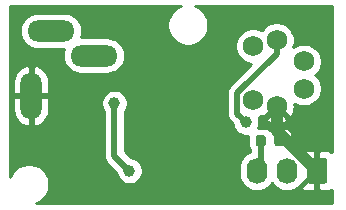
<source format=gbl>
G04 #@! TF.GenerationSoftware,KiCad,Pcbnew,5.1.8-db9833491~87~ubuntu20.04.1*
G04 #@! TF.CreationDate,2020-12-04T00:25:50+00:00*
G04 #@! TF.ProjectId,LEDsupply,4c454473-7570-4706-9c79-2e6b69636164,rev?*
G04 #@! TF.SameCoordinates,Original*
G04 #@! TF.FileFunction,Copper,L2,Bot*
G04 #@! TF.FilePolarity,Positive*
%FSLAX46Y46*%
G04 Gerber Fmt 4.6, Leading zero omitted, Abs format (unit mm)*
G04 Created by KiCad (PCBNEW 5.1.8-db9833491~87~ubuntu20.04.1) date 2020-12-04 00:25:50*
%MOMM*%
%LPD*%
G01*
G04 APERTURE LIST*
G04 #@! TA.AperFunction,ComponentPad*
%ADD10O,1.740000X2.200000*%
G04 #@! TD*
G04 #@! TA.AperFunction,ComponentPad*
%ADD11C,1.750000*%
G04 #@! TD*
G04 #@! TA.AperFunction,ComponentPad*
%ADD12O,4.000000X1.800000*%
G04 #@! TD*
G04 #@! TA.AperFunction,ComponentPad*
%ADD13O,1.800000X4.000000*%
G04 #@! TD*
G04 #@! TA.AperFunction,ViaPad*
%ADD14C,1.000000*%
G04 #@! TD*
G04 #@! TA.AperFunction,Conductor*
%ADD15C,0.381000*%
G04 #@! TD*
G04 #@! TA.AperFunction,Conductor*
%ADD16C,1.024000*%
G04 #@! TD*
G04 #@! TA.AperFunction,Conductor*
%ADD17C,0.508000*%
G04 #@! TD*
G04 #@! TA.AperFunction,Conductor*
%ADD18C,0.254000*%
G04 #@! TD*
G04 #@! TA.AperFunction,Conductor*
%ADD19C,0.100000*%
G04 #@! TD*
G04 APERTURE END LIST*
D10*
G04 #@! TO.P,JP3,3*
G04 #@! TO.N,/VREGOUT*
X138430000Y-102235000D03*
G04 #@! TO.P,JP3,2*
G04 #@! TO.N,/PWM*
X140970000Y-102235000D03*
G04 #@! TO.P,JP3,1*
G04 #@! TO.N,GND*
G04 #@! TA.AperFunction,ComponentPad*
G36*
G01*
X144380000Y-101384999D02*
X144380000Y-103085001D01*
G75*
G02*
X144130001Y-103335000I-249999J0D01*
G01*
X142889999Y-103335000D01*
G75*
G02*
X142640000Y-103085001I0J249999D01*
G01*
X142640000Y-101384999D01*
G75*
G02*
X142889999Y-101135000I249999J0D01*
G01*
X144130001Y-101135000D01*
G75*
G02*
X144380000Y-101384999I0J-249999D01*
G01*
G37*
G04 #@! TD.AperFunction*
G04 #@! TD*
G04 #@! TO.P,R5,2*
G04 #@! TO.N,GND*
G04 #@! TA.AperFunction,SMDPad,CuDef*
G36*
G01*
X139897500Y-99951250D02*
X139897500Y-99438750D01*
G75*
G02*
X140116250Y-99220000I218750J0D01*
G01*
X140553750Y-99220000D01*
G75*
G02*
X140772500Y-99438750I0J-218750D01*
G01*
X140772500Y-99951250D01*
G75*
G02*
X140553750Y-100170000I-218750J0D01*
G01*
X140116250Y-100170000D01*
G75*
G02*
X139897500Y-99951250I0J218750D01*
G01*
G37*
G04 #@! TD.AperFunction*
G04 #@! TO.P,R5,1*
G04 #@! TO.N,/VREGOUT*
G04 #@! TA.AperFunction,SMDPad,CuDef*
G36*
G01*
X138322500Y-99951250D02*
X138322500Y-99438750D01*
G75*
G02*
X138541250Y-99220000I218750J0D01*
G01*
X138978750Y-99220000D01*
G75*
G02*
X139197500Y-99438750I0J-218750D01*
G01*
X139197500Y-99951250D01*
G75*
G02*
X138978750Y-100170000I-218750J0D01*
G01*
X138541250Y-100170000D01*
G75*
G02*
X138322500Y-99951250I0J218750D01*
G01*
G37*
G04 #@! TD.AperFunction*
G04 #@! TD*
D11*
G04 #@! TO.P,JP2,1*
G04 #@! TO.N,/SDA*
X142400000Y-95280000D03*
G04 #@! TO.P,JP2,2*
G04 #@! TO.N,/PWM*
X142400000Y-92980000D03*
G04 #@! TO.P,JP2,3*
G04 #@! TO.N,GND*
X140100000Y-96780000D03*
G04 #@! TO.P,JP2,4*
G04 #@! TO.N,+5V*
X140100000Y-91180000D03*
G04 #@! TO.P,JP2,5*
G04 #@! TO.N,/SCL*
X138100000Y-96280000D03*
G04 #@! TO.P,JP2,6*
G04 #@! TO.N,/~ERR*
X138100000Y-91680000D03*
G04 #@! TD*
D12*
G04 #@! TO.P,JP1,1*
G04 #@! TO.N,+24V*
X121010001Y-90380000D03*
G04 #@! TO.P,JP1,2*
G04 #@! TO.N,N/C*
X124610001Y-92480000D03*
D13*
G04 #@! TO.P,JP1,3*
G04 #@! TO.N,GND*
X119310001Y-95880000D03*
G04 #@! TD*
D14*
G04 #@! TO.N,GND*
X129557500Y-99712500D03*
X135230010Y-101600000D03*
G04 #@! TO.N,+5V*
X137504679Y-98134679D03*
G04 #@! TO.N,Net-(C3-Pad2)*
X127635000Y-102235000D03*
X126365000Y-96520000D03*
G04 #@! TD*
D15*
G04 #@! TO.N,GND*
X140970000Y-104775000D02*
X142875000Y-102870000D01*
X129557500Y-99712500D02*
X133367500Y-99712500D01*
X135230010Y-101575010D02*
X135230010Y-101600000D01*
X133367500Y-99712500D02*
X135230010Y-101575010D01*
X135230010Y-102707912D02*
X135230010Y-101600000D01*
X137297098Y-104775000D02*
X135230010Y-102707912D01*
X140970000Y-104775000D02*
X137297098Y-104775000D01*
D16*
X140100000Y-96780000D02*
X140100000Y-98825000D01*
D17*
X140335000Y-99695000D02*
X140335000Y-99060000D01*
D16*
X140335000Y-99060000D02*
X143510000Y-102235000D01*
X140100000Y-98825000D02*
X140335000Y-99060000D01*
D17*
G04 #@! TO.N,+5V*
X136770999Y-97400999D02*
X137504679Y-98134679D01*
X136770999Y-95642079D02*
X136770999Y-97400999D01*
X140100000Y-92313078D02*
X136770999Y-95642079D01*
X140100000Y-91180000D02*
X140100000Y-92313078D01*
G04 #@! TO.N,/VREGOUT*
X138760000Y-101905000D02*
X138430000Y-102235000D01*
X138760000Y-99695000D02*
X138760000Y-101905000D01*
G04 #@! TO.N,Net-(C3-Pad2)*
X126365000Y-100965000D02*
X127635000Y-102235000D01*
X126365000Y-96520000D02*
X126365000Y-100965000D01*
G04 #@! TD*
D18*
G04 #@! TO.N,GND*
X131766169Y-88378463D02*
X131482002Y-88568337D01*
X131240337Y-88810002D01*
X131050463Y-89094169D01*
X130919675Y-89409919D01*
X130853000Y-89745117D01*
X130853000Y-90086883D01*
X130919675Y-90422081D01*
X131050463Y-90737831D01*
X131240337Y-91021998D01*
X131482002Y-91263663D01*
X131766169Y-91453537D01*
X132081919Y-91584325D01*
X132417117Y-91651000D01*
X132758883Y-91651000D01*
X133094081Y-91584325D01*
X133409831Y-91453537D01*
X133693998Y-91263663D01*
X133935663Y-91021998D01*
X134125537Y-90737831D01*
X134256325Y-90422081D01*
X134323000Y-90086883D01*
X134323000Y-89745117D01*
X134256325Y-89409919D01*
X134125537Y-89094169D01*
X133935663Y-88810002D01*
X133693998Y-88568337D01*
X133409831Y-88378463D01*
X133196263Y-88290000D01*
X144755001Y-88290000D01*
X144755000Y-100621292D01*
X144734494Y-100604463D01*
X144624180Y-100545498D01*
X144504482Y-100509188D01*
X144380000Y-100496928D01*
X143795750Y-100500000D01*
X143637000Y-100658750D01*
X143637000Y-102108000D01*
X143657000Y-102108000D01*
X143657000Y-102362000D01*
X143637000Y-102362000D01*
X143637000Y-103811250D01*
X143795750Y-103970000D01*
X144380000Y-103973072D01*
X144504482Y-103960812D01*
X144624180Y-103924502D01*
X144734494Y-103865537D01*
X144755000Y-103848708D01*
X144755000Y-105004000D01*
X119734263Y-105004000D01*
X119947831Y-104915537D01*
X120231998Y-104725663D01*
X120473663Y-104483998D01*
X120663537Y-104199831D01*
X120794325Y-103884081D01*
X120861000Y-103548883D01*
X120861000Y-103207117D01*
X120794325Y-102871919D01*
X120663537Y-102556169D01*
X120473663Y-102272002D01*
X120231998Y-102030337D01*
X119947831Y-101840463D01*
X119632081Y-101709675D01*
X119296883Y-101643000D01*
X118955117Y-101643000D01*
X118619919Y-101709675D01*
X118304169Y-101840463D01*
X118020002Y-102030337D01*
X117778337Y-102272002D01*
X117588463Y-102556169D01*
X117500000Y-102769737D01*
X117500000Y-96007000D01*
X117775001Y-96007000D01*
X117775001Y-97107000D01*
X117829272Y-97404023D01*
X117940447Y-97684751D01*
X118104253Y-97938396D01*
X118314395Y-98155210D01*
X118562797Y-98326862D01*
X118839914Y-98446755D01*
X118945261Y-98471036D01*
X119183001Y-98350378D01*
X119183001Y-96007000D01*
X119437001Y-96007000D01*
X119437001Y-98350378D01*
X119674741Y-98471036D01*
X119780088Y-98446755D01*
X120057205Y-98326862D01*
X120305607Y-98155210D01*
X120515749Y-97938396D01*
X120679555Y-97684751D01*
X120790730Y-97404023D01*
X120845001Y-97107000D01*
X120845001Y-96408212D01*
X125230000Y-96408212D01*
X125230000Y-96631788D01*
X125273617Y-96851067D01*
X125359176Y-97057624D01*
X125476000Y-97232463D01*
X125476001Y-100921330D01*
X125471700Y-100965000D01*
X125488864Y-101139274D01*
X125539698Y-101306852D01*
X125603532Y-101426276D01*
X125622248Y-101461291D01*
X125733342Y-101596659D01*
X125767259Y-101624494D01*
X126502594Y-102359830D01*
X126543617Y-102566067D01*
X126629176Y-102772624D01*
X126753388Y-102958520D01*
X126911480Y-103116612D01*
X127097376Y-103240824D01*
X127303933Y-103326383D01*
X127523212Y-103370000D01*
X127746788Y-103370000D01*
X127966067Y-103326383D01*
X128172624Y-103240824D01*
X128358520Y-103116612D01*
X128516612Y-102958520D01*
X128640824Y-102772624D01*
X128726383Y-102566067D01*
X128770000Y-102346788D01*
X128770000Y-102123212D01*
X128726383Y-101903933D01*
X128640824Y-101697376D01*
X128516612Y-101511480D01*
X128358520Y-101353388D01*
X128172624Y-101229176D01*
X127966067Y-101143617D01*
X127759830Y-101102594D01*
X127254000Y-100596765D01*
X127254000Y-97232463D01*
X127370824Y-97057624D01*
X127456383Y-96851067D01*
X127500000Y-96631788D01*
X127500000Y-96408212D01*
X127456383Y-96188933D01*
X127370824Y-95982376D01*
X127246612Y-95796480D01*
X127092211Y-95642079D01*
X135877699Y-95642079D01*
X135881999Y-95685739D01*
X135882000Y-97357329D01*
X135877699Y-97400999D01*
X135894863Y-97575273D01*
X135945697Y-97742851D01*
X136028247Y-97897290D01*
X136080043Y-97960403D01*
X136139341Y-98032658D01*
X136173258Y-98060493D01*
X136372273Y-98259508D01*
X136413296Y-98465746D01*
X136498855Y-98672303D01*
X136623067Y-98858199D01*
X136781159Y-99016291D01*
X136967055Y-99140503D01*
X137173612Y-99226062D01*
X137392891Y-99269679D01*
X137616467Y-99269679D01*
X137706931Y-99251685D01*
X137700892Y-99271592D01*
X137684428Y-99438750D01*
X137684428Y-99951250D01*
X137700892Y-100118408D01*
X137749650Y-100279142D01*
X137828829Y-100427275D01*
X137871000Y-100478661D01*
X137871000Y-100601851D01*
X137851276Y-100607834D01*
X137589822Y-100747583D01*
X137360655Y-100935655D01*
X137172583Y-101164821D01*
X137032834Y-101426275D01*
X136946776Y-101709968D01*
X136925000Y-101931064D01*
X136925000Y-102538935D01*
X136946776Y-102760031D01*
X137032834Y-103043724D01*
X137172583Y-103305178D01*
X137360655Y-103534345D01*
X137589821Y-103722417D01*
X137851275Y-103862166D01*
X138134968Y-103948224D01*
X138430000Y-103977282D01*
X138725031Y-103948224D01*
X139008724Y-103862166D01*
X139270178Y-103722417D01*
X139499345Y-103534345D01*
X139687417Y-103305179D01*
X139700000Y-103281637D01*
X139712583Y-103305178D01*
X139900655Y-103534345D01*
X140129821Y-103722417D01*
X140391275Y-103862166D01*
X140674968Y-103948224D01*
X140970000Y-103977282D01*
X141265031Y-103948224D01*
X141548724Y-103862166D01*
X141810178Y-103722417D01*
X142037385Y-103535953D01*
X142050498Y-103579180D01*
X142109463Y-103689494D01*
X142188815Y-103786185D01*
X142285506Y-103865537D01*
X142395820Y-103924502D01*
X142515518Y-103960812D01*
X142640000Y-103973072D01*
X143224250Y-103970000D01*
X143383000Y-103811250D01*
X143383000Y-102362000D01*
X143363000Y-102362000D01*
X143363000Y-102108000D01*
X143383000Y-102108000D01*
X143383000Y-100658750D01*
X143224250Y-100500000D01*
X142640000Y-100496928D01*
X142515518Y-100509188D01*
X142395820Y-100545498D01*
X142285506Y-100604463D01*
X142188815Y-100683815D01*
X142109463Y-100780506D01*
X142050498Y-100890820D01*
X142037385Y-100934047D01*
X141810179Y-100747583D01*
X141548725Y-100607834D01*
X141297248Y-100531549D01*
X141303037Y-100524494D01*
X141362002Y-100414180D01*
X141398312Y-100294482D01*
X141410572Y-100170000D01*
X141407500Y-99980750D01*
X141248750Y-99822000D01*
X140462000Y-99822000D01*
X140462000Y-99842000D01*
X140208000Y-99842000D01*
X140208000Y-99822000D01*
X140188000Y-99822000D01*
X140188000Y-99568000D01*
X140208000Y-99568000D01*
X140208000Y-98743750D01*
X140462000Y-98743750D01*
X140462000Y-99568000D01*
X141248750Y-99568000D01*
X141407500Y-99409250D01*
X141410572Y-99220000D01*
X141398312Y-99095518D01*
X141362002Y-98975820D01*
X141303037Y-98865506D01*
X141223685Y-98768815D01*
X141126994Y-98689463D01*
X141016680Y-98630498D01*
X140896982Y-98594188D01*
X140772500Y-98581928D01*
X140620750Y-98585000D01*
X140462000Y-98743750D01*
X140208000Y-98743750D01*
X140049250Y-98585000D01*
X139897500Y-98581928D01*
X139773018Y-98594188D01*
X139653320Y-98630498D01*
X139543006Y-98689463D01*
X139476430Y-98744100D01*
X139454775Y-98726329D01*
X139306642Y-98647150D01*
X139145908Y-98598392D01*
X138978750Y-98581928D01*
X138547938Y-98581928D01*
X138596062Y-98465746D01*
X138639679Y-98246467D01*
X138639679Y-98022891D01*
X138600563Y-97826240D01*
X139233365Y-97826240D01*
X139314025Y-98077868D01*
X139582329Y-98206267D01*
X139870526Y-98279855D01*
X140167543Y-98295804D01*
X140461963Y-98253501D01*
X140742474Y-98154572D01*
X140885975Y-98077868D01*
X140966635Y-97826240D01*
X140100000Y-96959605D01*
X139233365Y-97826240D01*
X138600563Y-97826240D01*
X138596062Y-97803612D01*
X138562589Y-97722801D01*
X138815253Y-97618144D01*
X138863763Y-97585731D01*
X139053760Y-97646635D01*
X139920395Y-96780000D01*
X139906253Y-96765858D01*
X140085858Y-96586253D01*
X140100000Y-96600395D01*
X140114143Y-96586253D01*
X140293748Y-96765858D01*
X140279605Y-96780000D01*
X141146240Y-97646635D01*
X141397868Y-97565975D01*
X141526267Y-97297671D01*
X141599855Y-97009474D01*
X141615804Y-96712457D01*
X141593492Y-96557169D01*
X141684747Y-96618144D01*
X141959549Y-96731971D01*
X142251278Y-96790000D01*
X142548722Y-96790000D01*
X142840451Y-96731971D01*
X143115253Y-96618144D01*
X143362569Y-96452893D01*
X143572893Y-96242569D01*
X143738144Y-95995253D01*
X143851971Y-95720451D01*
X143910000Y-95428722D01*
X143910000Y-95131278D01*
X143851971Y-94839549D01*
X143738144Y-94564747D01*
X143572893Y-94317431D01*
X143385462Y-94130000D01*
X143572893Y-93942569D01*
X143738144Y-93695253D01*
X143851971Y-93420451D01*
X143910000Y-93128722D01*
X143910000Y-92831278D01*
X143851971Y-92539549D01*
X143738144Y-92264747D01*
X143572893Y-92017431D01*
X143362569Y-91807107D01*
X143115253Y-91641856D01*
X142840451Y-91528029D01*
X142548722Y-91470000D01*
X142251278Y-91470000D01*
X141959549Y-91528029D01*
X141684747Y-91641856D01*
X141488901Y-91772716D01*
X141551971Y-91620451D01*
X141610000Y-91328722D01*
X141610000Y-91031278D01*
X141551971Y-90739549D01*
X141438144Y-90464747D01*
X141272893Y-90217431D01*
X141062569Y-90007107D01*
X140815253Y-89841856D01*
X140540451Y-89728029D01*
X140248722Y-89670000D01*
X139951278Y-89670000D01*
X139659549Y-89728029D01*
X139384747Y-89841856D01*
X139137431Y-90007107D01*
X138927107Y-90217431D01*
X138835106Y-90355121D01*
X138815253Y-90341856D01*
X138540451Y-90228029D01*
X138248722Y-90170000D01*
X137951278Y-90170000D01*
X137659549Y-90228029D01*
X137384747Y-90341856D01*
X137137431Y-90507107D01*
X136927107Y-90717431D01*
X136761856Y-90964747D01*
X136648029Y-91239549D01*
X136590000Y-91531278D01*
X136590000Y-91828722D01*
X136648029Y-92120451D01*
X136761856Y-92395253D01*
X136927107Y-92642569D01*
X137137431Y-92852893D01*
X137384747Y-93018144D01*
X137659549Y-93131971D01*
X137951278Y-93190000D01*
X137965843Y-93190000D01*
X136173263Y-94982580D01*
X136139340Y-95010420D01*
X136028246Y-95145789D01*
X135945696Y-95300229D01*
X135916997Y-95394838D01*
X135906751Y-95428617D01*
X135894863Y-95467806D01*
X135881999Y-95598413D01*
X135881999Y-95598419D01*
X135877699Y-95642079D01*
X127092211Y-95642079D01*
X127088520Y-95638388D01*
X126902624Y-95514176D01*
X126696067Y-95428617D01*
X126476788Y-95385000D01*
X126253212Y-95385000D01*
X126033933Y-95428617D01*
X125827376Y-95514176D01*
X125641480Y-95638388D01*
X125483388Y-95796480D01*
X125359176Y-95982376D01*
X125273617Y-96188933D01*
X125230000Y-96408212D01*
X120845001Y-96408212D01*
X120845001Y-96007000D01*
X119437001Y-96007000D01*
X119183001Y-96007000D01*
X117775001Y-96007000D01*
X117500000Y-96007000D01*
X117500000Y-94653000D01*
X117775001Y-94653000D01*
X117775001Y-95753000D01*
X119183001Y-95753000D01*
X119183001Y-93409622D01*
X119437001Y-93409622D01*
X119437001Y-95753000D01*
X120845001Y-95753000D01*
X120845001Y-94653000D01*
X120790730Y-94355977D01*
X120679555Y-94075249D01*
X120515749Y-93821604D01*
X120305607Y-93604790D01*
X120057205Y-93433138D01*
X119780088Y-93313245D01*
X119674741Y-93288964D01*
X119437001Y-93409622D01*
X119183001Y-93409622D01*
X118945261Y-93288964D01*
X118839914Y-93313245D01*
X118562797Y-93433138D01*
X118314395Y-93604790D01*
X118104253Y-93821604D01*
X117940447Y-94075249D01*
X117829272Y-94355977D01*
X117775001Y-94653000D01*
X117500000Y-94653000D01*
X117500000Y-90380000D01*
X118367574Y-90380000D01*
X118397211Y-90680913D01*
X118484984Y-90970261D01*
X118627520Y-91236927D01*
X118819340Y-91470661D01*
X119053074Y-91662481D01*
X119319740Y-91805017D01*
X119609088Y-91892790D01*
X119834593Y-91915000D01*
X122077321Y-91915000D01*
X121997211Y-92179087D01*
X121967574Y-92480000D01*
X121997211Y-92780913D01*
X122084984Y-93070261D01*
X122227520Y-93336927D01*
X122419340Y-93570661D01*
X122653074Y-93762481D01*
X122919740Y-93905017D01*
X123209088Y-93992790D01*
X123434593Y-94015000D01*
X125785409Y-94015000D01*
X126010914Y-93992790D01*
X126300262Y-93905017D01*
X126566928Y-93762481D01*
X126800662Y-93570661D01*
X126992482Y-93336927D01*
X127135018Y-93070261D01*
X127222791Y-92780913D01*
X127252428Y-92480000D01*
X127222791Y-92179087D01*
X127135018Y-91889739D01*
X126992482Y-91623073D01*
X126800662Y-91389339D01*
X126566928Y-91197519D01*
X126300262Y-91054983D01*
X126010914Y-90967210D01*
X125785409Y-90945000D01*
X123542681Y-90945000D01*
X123622791Y-90680913D01*
X123652428Y-90380000D01*
X123622791Y-90079087D01*
X123535018Y-89789739D01*
X123392482Y-89523073D01*
X123200662Y-89289339D01*
X122966928Y-89097519D01*
X122700262Y-88954983D01*
X122410914Y-88867210D01*
X122185409Y-88845000D01*
X119834593Y-88845000D01*
X119609088Y-88867210D01*
X119319740Y-88954983D01*
X119053074Y-89097519D01*
X118819340Y-89289339D01*
X118627520Y-89523073D01*
X118484984Y-89789739D01*
X118397211Y-90079087D01*
X118367574Y-90380000D01*
X117500000Y-90380000D01*
X117500000Y-88290000D01*
X131979737Y-88290000D01*
X131766169Y-88378463D01*
G04 #@! TA.AperFunction,Conductor*
D19*
G36*
X131766169Y-88378463D02*
G01*
X131482002Y-88568337D01*
X131240337Y-88810002D01*
X131050463Y-89094169D01*
X130919675Y-89409919D01*
X130853000Y-89745117D01*
X130853000Y-90086883D01*
X130919675Y-90422081D01*
X131050463Y-90737831D01*
X131240337Y-91021998D01*
X131482002Y-91263663D01*
X131766169Y-91453537D01*
X132081919Y-91584325D01*
X132417117Y-91651000D01*
X132758883Y-91651000D01*
X133094081Y-91584325D01*
X133409831Y-91453537D01*
X133693998Y-91263663D01*
X133935663Y-91021998D01*
X134125537Y-90737831D01*
X134256325Y-90422081D01*
X134323000Y-90086883D01*
X134323000Y-89745117D01*
X134256325Y-89409919D01*
X134125537Y-89094169D01*
X133935663Y-88810002D01*
X133693998Y-88568337D01*
X133409831Y-88378463D01*
X133196263Y-88290000D01*
X144755001Y-88290000D01*
X144755000Y-100621292D01*
X144734494Y-100604463D01*
X144624180Y-100545498D01*
X144504482Y-100509188D01*
X144380000Y-100496928D01*
X143795750Y-100500000D01*
X143637000Y-100658750D01*
X143637000Y-102108000D01*
X143657000Y-102108000D01*
X143657000Y-102362000D01*
X143637000Y-102362000D01*
X143637000Y-103811250D01*
X143795750Y-103970000D01*
X144380000Y-103973072D01*
X144504482Y-103960812D01*
X144624180Y-103924502D01*
X144734494Y-103865537D01*
X144755000Y-103848708D01*
X144755000Y-105004000D01*
X119734263Y-105004000D01*
X119947831Y-104915537D01*
X120231998Y-104725663D01*
X120473663Y-104483998D01*
X120663537Y-104199831D01*
X120794325Y-103884081D01*
X120861000Y-103548883D01*
X120861000Y-103207117D01*
X120794325Y-102871919D01*
X120663537Y-102556169D01*
X120473663Y-102272002D01*
X120231998Y-102030337D01*
X119947831Y-101840463D01*
X119632081Y-101709675D01*
X119296883Y-101643000D01*
X118955117Y-101643000D01*
X118619919Y-101709675D01*
X118304169Y-101840463D01*
X118020002Y-102030337D01*
X117778337Y-102272002D01*
X117588463Y-102556169D01*
X117500000Y-102769737D01*
X117500000Y-96007000D01*
X117775001Y-96007000D01*
X117775001Y-97107000D01*
X117829272Y-97404023D01*
X117940447Y-97684751D01*
X118104253Y-97938396D01*
X118314395Y-98155210D01*
X118562797Y-98326862D01*
X118839914Y-98446755D01*
X118945261Y-98471036D01*
X119183001Y-98350378D01*
X119183001Y-96007000D01*
X119437001Y-96007000D01*
X119437001Y-98350378D01*
X119674741Y-98471036D01*
X119780088Y-98446755D01*
X120057205Y-98326862D01*
X120305607Y-98155210D01*
X120515749Y-97938396D01*
X120679555Y-97684751D01*
X120790730Y-97404023D01*
X120845001Y-97107000D01*
X120845001Y-96408212D01*
X125230000Y-96408212D01*
X125230000Y-96631788D01*
X125273617Y-96851067D01*
X125359176Y-97057624D01*
X125476000Y-97232463D01*
X125476001Y-100921330D01*
X125471700Y-100965000D01*
X125488864Y-101139274D01*
X125539698Y-101306852D01*
X125603532Y-101426276D01*
X125622248Y-101461291D01*
X125733342Y-101596659D01*
X125767259Y-101624494D01*
X126502594Y-102359830D01*
X126543617Y-102566067D01*
X126629176Y-102772624D01*
X126753388Y-102958520D01*
X126911480Y-103116612D01*
X127097376Y-103240824D01*
X127303933Y-103326383D01*
X127523212Y-103370000D01*
X127746788Y-103370000D01*
X127966067Y-103326383D01*
X128172624Y-103240824D01*
X128358520Y-103116612D01*
X128516612Y-102958520D01*
X128640824Y-102772624D01*
X128726383Y-102566067D01*
X128770000Y-102346788D01*
X128770000Y-102123212D01*
X128726383Y-101903933D01*
X128640824Y-101697376D01*
X128516612Y-101511480D01*
X128358520Y-101353388D01*
X128172624Y-101229176D01*
X127966067Y-101143617D01*
X127759830Y-101102594D01*
X127254000Y-100596765D01*
X127254000Y-97232463D01*
X127370824Y-97057624D01*
X127456383Y-96851067D01*
X127500000Y-96631788D01*
X127500000Y-96408212D01*
X127456383Y-96188933D01*
X127370824Y-95982376D01*
X127246612Y-95796480D01*
X127092211Y-95642079D01*
X135877699Y-95642079D01*
X135881999Y-95685739D01*
X135882000Y-97357329D01*
X135877699Y-97400999D01*
X135894863Y-97575273D01*
X135945697Y-97742851D01*
X136028247Y-97897290D01*
X136080043Y-97960403D01*
X136139341Y-98032658D01*
X136173258Y-98060493D01*
X136372273Y-98259508D01*
X136413296Y-98465746D01*
X136498855Y-98672303D01*
X136623067Y-98858199D01*
X136781159Y-99016291D01*
X136967055Y-99140503D01*
X137173612Y-99226062D01*
X137392891Y-99269679D01*
X137616467Y-99269679D01*
X137706931Y-99251685D01*
X137700892Y-99271592D01*
X137684428Y-99438750D01*
X137684428Y-99951250D01*
X137700892Y-100118408D01*
X137749650Y-100279142D01*
X137828829Y-100427275D01*
X137871000Y-100478661D01*
X137871000Y-100601851D01*
X137851276Y-100607834D01*
X137589822Y-100747583D01*
X137360655Y-100935655D01*
X137172583Y-101164821D01*
X137032834Y-101426275D01*
X136946776Y-101709968D01*
X136925000Y-101931064D01*
X136925000Y-102538935D01*
X136946776Y-102760031D01*
X137032834Y-103043724D01*
X137172583Y-103305178D01*
X137360655Y-103534345D01*
X137589821Y-103722417D01*
X137851275Y-103862166D01*
X138134968Y-103948224D01*
X138430000Y-103977282D01*
X138725031Y-103948224D01*
X139008724Y-103862166D01*
X139270178Y-103722417D01*
X139499345Y-103534345D01*
X139687417Y-103305179D01*
X139700000Y-103281637D01*
X139712583Y-103305178D01*
X139900655Y-103534345D01*
X140129821Y-103722417D01*
X140391275Y-103862166D01*
X140674968Y-103948224D01*
X140970000Y-103977282D01*
X141265031Y-103948224D01*
X141548724Y-103862166D01*
X141810178Y-103722417D01*
X142037385Y-103535953D01*
X142050498Y-103579180D01*
X142109463Y-103689494D01*
X142188815Y-103786185D01*
X142285506Y-103865537D01*
X142395820Y-103924502D01*
X142515518Y-103960812D01*
X142640000Y-103973072D01*
X143224250Y-103970000D01*
X143383000Y-103811250D01*
X143383000Y-102362000D01*
X143363000Y-102362000D01*
X143363000Y-102108000D01*
X143383000Y-102108000D01*
X143383000Y-100658750D01*
X143224250Y-100500000D01*
X142640000Y-100496928D01*
X142515518Y-100509188D01*
X142395820Y-100545498D01*
X142285506Y-100604463D01*
X142188815Y-100683815D01*
X142109463Y-100780506D01*
X142050498Y-100890820D01*
X142037385Y-100934047D01*
X141810179Y-100747583D01*
X141548725Y-100607834D01*
X141297248Y-100531549D01*
X141303037Y-100524494D01*
X141362002Y-100414180D01*
X141398312Y-100294482D01*
X141410572Y-100170000D01*
X141407500Y-99980750D01*
X141248750Y-99822000D01*
X140462000Y-99822000D01*
X140462000Y-99842000D01*
X140208000Y-99842000D01*
X140208000Y-99822000D01*
X140188000Y-99822000D01*
X140188000Y-99568000D01*
X140208000Y-99568000D01*
X140208000Y-98743750D01*
X140462000Y-98743750D01*
X140462000Y-99568000D01*
X141248750Y-99568000D01*
X141407500Y-99409250D01*
X141410572Y-99220000D01*
X141398312Y-99095518D01*
X141362002Y-98975820D01*
X141303037Y-98865506D01*
X141223685Y-98768815D01*
X141126994Y-98689463D01*
X141016680Y-98630498D01*
X140896982Y-98594188D01*
X140772500Y-98581928D01*
X140620750Y-98585000D01*
X140462000Y-98743750D01*
X140208000Y-98743750D01*
X140049250Y-98585000D01*
X139897500Y-98581928D01*
X139773018Y-98594188D01*
X139653320Y-98630498D01*
X139543006Y-98689463D01*
X139476430Y-98744100D01*
X139454775Y-98726329D01*
X139306642Y-98647150D01*
X139145908Y-98598392D01*
X138978750Y-98581928D01*
X138547938Y-98581928D01*
X138596062Y-98465746D01*
X138639679Y-98246467D01*
X138639679Y-98022891D01*
X138600563Y-97826240D01*
X139233365Y-97826240D01*
X139314025Y-98077868D01*
X139582329Y-98206267D01*
X139870526Y-98279855D01*
X140167543Y-98295804D01*
X140461963Y-98253501D01*
X140742474Y-98154572D01*
X140885975Y-98077868D01*
X140966635Y-97826240D01*
X140100000Y-96959605D01*
X139233365Y-97826240D01*
X138600563Y-97826240D01*
X138596062Y-97803612D01*
X138562589Y-97722801D01*
X138815253Y-97618144D01*
X138863763Y-97585731D01*
X139053760Y-97646635D01*
X139920395Y-96780000D01*
X139906253Y-96765858D01*
X140085858Y-96586253D01*
X140100000Y-96600395D01*
X140114143Y-96586253D01*
X140293748Y-96765858D01*
X140279605Y-96780000D01*
X141146240Y-97646635D01*
X141397868Y-97565975D01*
X141526267Y-97297671D01*
X141599855Y-97009474D01*
X141615804Y-96712457D01*
X141593492Y-96557169D01*
X141684747Y-96618144D01*
X141959549Y-96731971D01*
X142251278Y-96790000D01*
X142548722Y-96790000D01*
X142840451Y-96731971D01*
X143115253Y-96618144D01*
X143362569Y-96452893D01*
X143572893Y-96242569D01*
X143738144Y-95995253D01*
X143851971Y-95720451D01*
X143910000Y-95428722D01*
X143910000Y-95131278D01*
X143851971Y-94839549D01*
X143738144Y-94564747D01*
X143572893Y-94317431D01*
X143385462Y-94130000D01*
X143572893Y-93942569D01*
X143738144Y-93695253D01*
X143851971Y-93420451D01*
X143910000Y-93128722D01*
X143910000Y-92831278D01*
X143851971Y-92539549D01*
X143738144Y-92264747D01*
X143572893Y-92017431D01*
X143362569Y-91807107D01*
X143115253Y-91641856D01*
X142840451Y-91528029D01*
X142548722Y-91470000D01*
X142251278Y-91470000D01*
X141959549Y-91528029D01*
X141684747Y-91641856D01*
X141488901Y-91772716D01*
X141551971Y-91620451D01*
X141610000Y-91328722D01*
X141610000Y-91031278D01*
X141551971Y-90739549D01*
X141438144Y-90464747D01*
X141272893Y-90217431D01*
X141062569Y-90007107D01*
X140815253Y-89841856D01*
X140540451Y-89728029D01*
X140248722Y-89670000D01*
X139951278Y-89670000D01*
X139659549Y-89728029D01*
X139384747Y-89841856D01*
X139137431Y-90007107D01*
X138927107Y-90217431D01*
X138835106Y-90355121D01*
X138815253Y-90341856D01*
X138540451Y-90228029D01*
X138248722Y-90170000D01*
X137951278Y-90170000D01*
X137659549Y-90228029D01*
X137384747Y-90341856D01*
X137137431Y-90507107D01*
X136927107Y-90717431D01*
X136761856Y-90964747D01*
X136648029Y-91239549D01*
X136590000Y-91531278D01*
X136590000Y-91828722D01*
X136648029Y-92120451D01*
X136761856Y-92395253D01*
X136927107Y-92642569D01*
X137137431Y-92852893D01*
X137384747Y-93018144D01*
X137659549Y-93131971D01*
X137951278Y-93190000D01*
X137965843Y-93190000D01*
X136173263Y-94982580D01*
X136139340Y-95010420D01*
X136028246Y-95145789D01*
X135945696Y-95300229D01*
X135916997Y-95394838D01*
X135906751Y-95428617D01*
X135894863Y-95467806D01*
X135881999Y-95598413D01*
X135881999Y-95598419D01*
X135877699Y-95642079D01*
X127092211Y-95642079D01*
X127088520Y-95638388D01*
X126902624Y-95514176D01*
X126696067Y-95428617D01*
X126476788Y-95385000D01*
X126253212Y-95385000D01*
X126033933Y-95428617D01*
X125827376Y-95514176D01*
X125641480Y-95638388D01*
X125483388Y-95796480D01*
X125359176Y-95982376D01*
X125273617Y-96188933D01*
X125230000Y-96408212D01*
X120845001Y-96408212D01*
X120845001Y-96007000D01*
X119437001Y-96007000D01*
X119183001Y-96007000D01*
X117775001Y-96007000D01*
X117500000Y-96007000D01*
X117500000Y-94653000D01*
X117775001Y-94653000D01*
X117775001Y-95753000D01*
X119183001Y-95753000D01*
X119183001Y-93409622D01*
X119437001Y-93409622D01*
X119437001Y-95753000D01*
X120845001Y-95753000D01*
X120845001Y-94653000D01*
X120790730Y-94355977D01*
X120679555Y-94075249D01*
X120515749Y-93821604D01*
X120305607Y-93604790D01*
X120057205Y-93433138D01*
X119780088Y-93313245D01*
X119674741Y-93288964D01*
X119437001Y-93409622D01*
X119183001Y-93409622D01*
X118945261Y-93288964D01*
X118839914Y-93313245D01*
X118562797Y-93433138D01*
X118314395Y-93604790D01*
X118104253Y-93821604D01*
X117940447Y-94075249D01*
X117829272Y-94355977D01*
X117775001Y-94653000D01*
X117500000Y-94653000D01*
X117500000Y-90380000D01*
X118367574Y-90380000D01*
X118397211Y-90680913D01*
X118484984Y-90970261D01*
X118627520Y-91236927D01*
X118819340Y-91470661D01*
X119053074Y-91662481D01*
X119319740Y-91805017D01*
X119609088Y-91892790D01*
X119834593Y-91915000D01*
X122077321Y-91915000D01*
X121997211Y-92179087D01*
X121967574Y-92480000D01*
X121997211Y-92780913D01*
X122084984Y-93070261D01*
X122227520Y-93336927D01*
X122419340Y-93570661D01*
X122653074Y-93762481D01*
X122919740Y-93905017D01*
X123209088Y-93992790D01*
X123434593Y-94015000D01*
X125785409Y-94015000D01*
X126010914Y-93992790D01*
X126300262Y-93905017D01*
X126566928Y-93762481D01*
X126800662Y-93570661D01*
X126992482Y-93336927D01*
X127135018Y-93070261D01*
X127222791Y-92780913D01*
X127252428Y-92480000D01*
X127222791Y-92179087D01*
X127135018Y-91889739D01*
X126992482Y-91623073D01*
X126800662Y-91389339D01*
X126566928Y-91197519D01*
X126300262Y-91054983D01*
X126010914Y-90967210D01*
X125785409Y-90945000D01*
X123542681Y-90945000D01*
X123622791Y-90680913D01*
X123652428Y-90380000D01*
X123622791Y-90079087D01*
X123535018Y-89789739D01*
X123392482Y-89523073D01*
X123200662Y-89289339D01*
X122966928Y-89097519D01*
X122700262Y-88954983D01*
X122410914Y-88867210D01*
X122185409Y-88845000D01*
X119834593Y-88845000D01*
X119609088Y-88867210D01*
X119319740Y-88954983D01*
X119053074Y-89097519D01*
X118819340Y-89289339D01*
X118627520Y-89523073D01*
X118484984Y-89789739D01*
X118397211Y-90079087D01*
X118367574Y-90380000D01*
X117500000Y-90380000D01*
X117500000Y-88290000D01*
X131979737Y-88290000D01*
X131766169Y-88378463D01*
G37*
G04 #@! TD.AperFunction*
G04 #@! TD*
M02*

</source>
